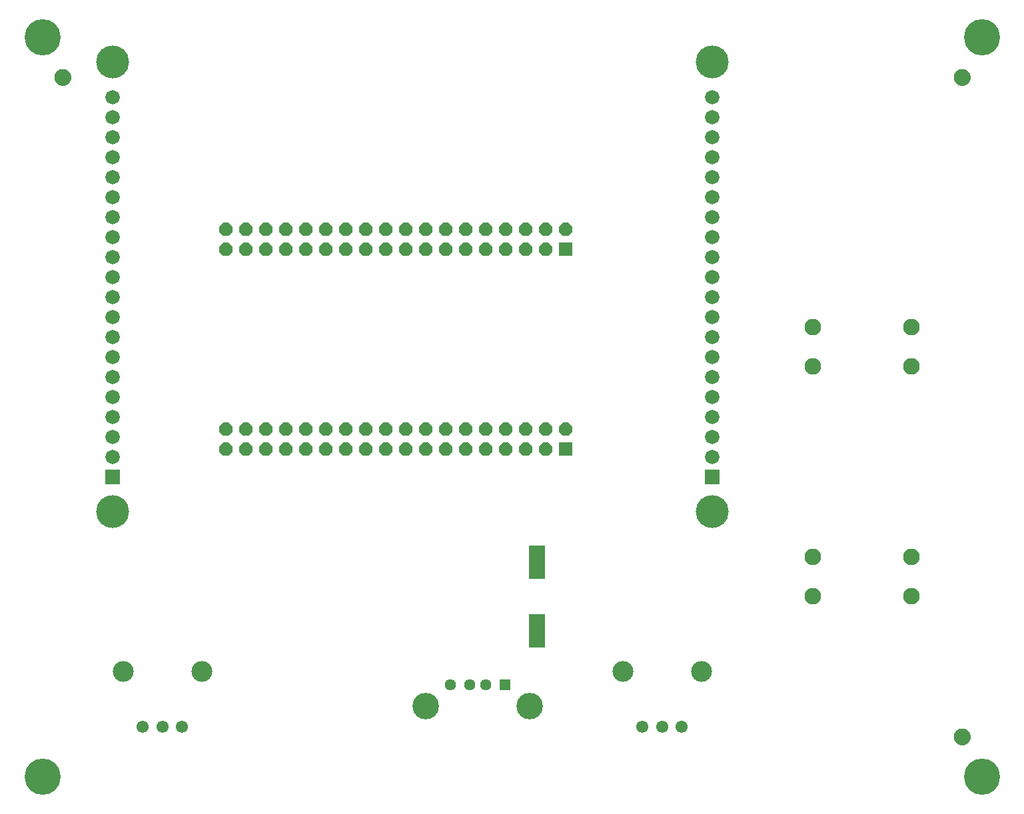
<source format=gbr>
G04 EAGLE Gerber RS-274X export*
G75*
%MOMM*%
%FSLAX34Y34*%
%LPD*%
%INSoldermask Bottom*%
%IPPOS*%
%AMOC8*
5,1,8,0,0,1.08239X$1,22.5*%
G01*
%ADD10R,1.440400X1.440400*%
%ADD11C,1.440400*%
%ADD12C,3.372400*%
%ADD13C,1.552400*%
%ADD14C,2.652400*%
%ADD15C,2.112400*%
%ADD16R,1.676400X1.676400*%
%ADD17P,1.814519X8X202.500000*%
%ADD18R,1.828800X1.828800*%
%ADD19C,1.828800*%
%ADD20C,4.168400*%
%ADD21C,4.597400*%
%ADD22C,0.609600*%
%ADD23C,1.168400*%
%ADD24R,2.152400X4.252400*%


D10*
X626110Y154940D03*
D11*
X601110Y154940D03*
X581110Y154940D03*
X556110Y154940D03*
D12*
X656810Y127840D03*
X525410Y127840D03*
D13*
X800500Y101600D03*
X825500Y101600D03*
X850500Y101600D03*
D14*
X775500Y171600D03*
X875500Y171600D03*
D15*
X1142000Y609200D03*
X1142000Y559200D03*
X1017000Y559200D03*
X1017000Y609200D03*
X1142000Y317100D03*
X1142000Y267100D03*
X1017000Y267100D03*
X1017000Y317100D03*
D13*
X165500Y101600D03*
X190500Y101600D03*
X215500Y101600D03*
D14*
X140500Y171600D03*
X240500Y171600D03*
D16*
X702900Y454400D03*
D17*
X702900Y479800D03*
X677500Y454400D03*
X677500Y479800D03*
X652100Y454400D03*
X652100Y479800D03*
X626700Y454400D03*
X626700Y479800D03*
X601300Y454400D03*
X601300Y479800D03*
X575900Y454400D03*
X575900Y479800D03*
X550500Y454400D03*
X550500Y479800D03*
X525100Y454400D03*
X525100Y479800D03*
X499700Y454400D03*
X499700Y479800D03*
X474300Y454400D03*
X474300Y479800D03*
X448900Y454400D03*
X448900Y479800D03*
X423500Y454400D03*
X423500Y479800D03*
X398100Y454400D03*
X398100Y479800D03*
X372700Y454400D03*
X372700Y479800D03*
X347300Y454400D03*
X347300Y479800D03*
X321900Y454400D03*
X321900Y479800D03*
X296500Y454400D03*
X296500Y479800D03*
X271100Y454400D03*
X271100Y479800D03*
D16*
X702900Y708400D03*
D17*
X702900Y733800D03*
X677500Y708400D03*
X677500Y733800D03*
X652100Y708400D03*
X652100Y733800D03*
X626700Y708400D03*
X626700Y733800D03*
X601300Y708400D03*
X601300Y733800D03*
X575900Y708400D03*
X575900Y733800D03*
X550500Y708400D03*
X550500Y733800D03*
X525100Y708400D03*
X525100Y733800D03*
X499700Y708400D03*
X499700Y733800D03*
X474300Y708400D03*
X474300Y733800D03*
X448900Y708400D03*
X448900Y733800D03*
X423500Y708400D03*
X423500Y733800D03*
X398100Y708400D03*
X398100Y733800D03*
X372700Y708400D03*
X372700Y733800D03*
X347300Y708400D03*
X347300Y733800D03*
X321900Y708400D03*
X321900Y733800D03*
X296500Y708400D03*
X296500Y733800D03*
X271100Y708400D03*
X271100Y733800D03*
D18*
X127000Y419100D03*
D19*
X127000Y444500D03*
X127000Y469900D03*
X127000Y495300D03*
X127000Y520700D03*
X127000Y546100D03*
X127000Y571500D03*
X127000Y596900D03*
X127000Y622300D03*
X127000Y647700D03*
X127000Y673100D03*
X127000Y698500D03*
X127000Y723900D03*
X127000Y749300D03*
X127000Y774700D03*
X127000Y800100D03*
X127000Y825500D03*
X127000Y850900D03*
X127000Y876300D03*
X127000Y901700D03*
D18*
X889000Y419100D03*
D19*
X889000Y444500D03*
X889000Y469900D03*
X889000Y495300D03*
X889000Y520700D03*
X889000Y546100D03*
X889000Y571500D03*
X889000Y596900D03*
X889000Y622300D03*
X889000Y647700D03*
X889000Y673100D03*
X889000Y698500D03*
X889000Y723900D03*
X889000Y749300D03*
X889000Y774700D03*
X889000Y800100D03*
X889000Y825500D03*
X889000Y850900D03*
X889000Y876300D03*
X889000Y901700D03*
D20*
X889000Y374650D03*
X889000Y946150D03*
X127000Y374650D03*
X127000Y946150D03*
D21*
X38100Y977900D03*
X1231900Y38100D03*
X38100Y38100D03*
X1231900Y977900D03*
D22*
X1198880Y88900D02*
X1198882Y89087D01*
X1198889Y89274D01*
X1198901Y89461D01*
X1198917Y89647D01*
X1198937Y89833D01*
X1198962Y90018D01*
X1198992Y90203D01*
X1199026Y90387D01*
X1199065Y90570D01*
X1199108Y90752D01*
X1199156Y90932D01*
X1199208Y91112D01*
X1199265Y91290D01*
X1199325Y91467D01*
X1199391Y91642D01*
X1199460Y91816D01*
X1199534Y91988D01*
X1199612Y92158D01*
X1199694Y92326D01*
X1199780Y92492D01*
X1199870Y92656D01*
X1199964Y92817D01*
X1200062Y92977D01*
X1200164Y93133D01*
X1200270Y93288D01*
X1200380Y93439D01*
X1200493Y93588D01*
X1200610Y93734D01*
X1200730Y93877D01*
X1200854Y94017D01*
X1200981Y94154D01*
X1201112Y94288D01*
X1201246Y94419D01*
X1201383Y94546D01*
X1201523Y94670D01*
X1201666Y94790D01*
X1201812Y94907D01*
X1201961Y95020D01*
X1202112Y95130D01*
X1202267Y95236D01*
X1202423Y95338D01*
X1202583Y95436D01*
X1202744Y95530D01*
X1202908Y95620D01*
X1203074Y95706D01*
X1203242Y95788D01*
X1203412Y95866D01*
X1203584Y95940D01*
X1203758Y96009D01*
X1203933Y96075D01*
X1204110Y96135D01*
X1204288Y96192D01*
X1204468Y96244D01*
X1204648Y96292D01*
X1204830Y96335D01*
X1205013Y96374D01*
X1205197Y96408D01*
X1205382Y96438D01*
X1205567Y96463D01*
X1205753Y96483D01*
X1205939Y96499D01*
X1206126Y96511D01*
X1206313Y96518D01*
X1206500Y96520D01*
X1206687Y96518D01*
X1206874Y96511D01*
X1207061Y96499D01*
X1207247Y96483D01*
X1207433Y96463D01*
X1207618Y96438D01*
X1207803Y96408D01*
X1207987Y96374D01*
X1208170Y96335D01*
X1208352Y96292D01*
X1208532Y96244D01*
X1208712Y96192D01*
X1208890Y96135D01*
X1209067Y96075D01*
X1209242Y96009D01*
X1209416Y95940D01*
X1209588Y95866D01*
X1209758Y95788D01*
X1209926Y95706D01*
X1210092Y95620D01*
X1210256Y95530D01*
X1210417Y95436D01*
X1210577Y95338D01*
X1210733Y95236D01*
X1210888Y95130D01*
X1211039Y95020D01*
X1211188Y94907D01*
X1211334Y94790D01*
X1211477Y94670D01*
X1211617Y94546D01*
X1211754Y94419D01*
X1211888Y94288D01*
X1212019Y94154D01*
X1212146Y94017D01*
X1212270Y93877D01*
X1212390Y93734D01*
X1212507Y93588D01*
X1212620Y93439D01*
X1212730Y93288D01*
X1212836Y93133D01*
X1212938Y92977D01*
X1213036Y92817D01*
X1213130Y92656D01*
X1213220Y92492D01*
X1213306Y92326D01*
X1213388Y92158D01*
X1213466Y91988D01*
X1213540Y91816D01*
X1213609Y91642D01*
X1213675Y91467D01*
X1213735Y91290D01*
X1213792Y91112D01*
X1213844Y90932D01*
X1213892Y90752D01*
X1213935Y90570D01*
X1213974Y90387D01*
X1214008Y90203D01*
X1214038Y90018D01*
X1214063Y89833D01*
X1214083Y89647D01*
X1214099Y89461D01*
X1214111Y89274D01*
X1214118Y89087D01*
X1214120Y88900D01*
X1214118Y88713D01*
X1214111Y88526D01*
X1214099Y88339D01*
X1214083Y88153D01*
X1214063Y87967D01*
X1214038Y87782D01*
X1214008Y87597D01*
X1213974Y87413D01*
X1213935Y87230D01*
X1213892Y87048D01*
X1213844Y86868D01*
X1213792Y86688D01*
X1213735Y86510D01*
X1213675Y86333D01*
X1213609Y86158D01*
X1213540Y85984D01*
X1213466Y85812D01*
X1213388Y85642D01*
X1213306Y85474D01*
X1213220Y85308D01*
X1213130Y85144D01*
X1213036Y84983D01*
X1212938Y84823D01*
X1212836Y84667D01*
X1212730Y84512D01*
X1212620Y84361D01*
X1212507Y84212D01*
X1212390Y84066D01*
X1212270Y83923D01*
X1212146Y83783D01*
X1212019Y83646D01*
X1211888Y83512D01*
X1211754Y83381D01*
X1211617Y83254D01*
X1211477Y83130D01*
X1211334Y83010D01*
X1211188Y82893D01*
X1211039Y82780D01*
X1210888Y82670D01*
X1210733Y82564D01*
X1210577Y82462D01*
X1210417Y82364D01*
X1210256Y82270D01*
X1210092Y82180D01*
X1209926Y82094D01*
X1209758Y82012D01*
X1209588Y81934D01*
X1209416Y81860D01*
X1209242Y81791D01*
X1209067Y81725D01*
X1208890Y81665D01*
X1208712Y81608D01*
X1208532Y81556D01*
X1208352Y81508D01*
X1208170Y81465D01*
X1207987Y81426D01*
X1207803Y81392D01*
X1207618Y81362D01*
X1207433Y81337D01*
X1207247Y81317D01*
X1207061Y81301D01*
X1206874Y81289D01*
X1206687Y81282D01*
X1206500Y81280D01*
X1206313Y81282D01*
X1206126Y81289D01*
X1205939Y81301D01*
X1205753Y81317D01*
X1205567Y81337D01*
X1205382Y81362D01*
X1205197Y81392D01*
X1205013Y81426D01*
X1204830Y81465D01*
X1204648Y81508D01*
X1204468Y81556D01*
X1204288Y81608D01*
X1204110Y81665D01*
X1203933Y81725D01*
X1203758Y81791D01*
X1203584Y81860D01*
X1203412Y81934D01*
X1203242Y82012D01*
X1203074Y82094D01*
X1202908Y82180D01*
X1202744Y82270D01*
X1202583Y82364D01*
X1202423Y82462D01*
X1202267Y82564D01*
X1202112Y82670D01*
X1201961Y82780D01*
X1201812Y82893D01*
X1201666Y83010D01*
X1201523Y83130D01*
X1201383Y83254D01*
X1201246Y83381D01*
X1201112Y83512D01*
X1200981Y83646D01*
X1200854Y83783D01*
X1200730Y83923D01*
X1200610Y84066D01*
X1200493Y84212D01*
X1200380Y84361D01*
X1200270Y84512D01*
X1200164Y84667D01*
X1200062Y84823D01*
X1199964Y84983D01*
X1199870Y85144D01*
X1199780Y85308D01*
X1199694Y85474D01*
X1199612Y85642D01*
X1199534Y85812D01*
X1199460Y85984D01*
X1199391Y86158D01*
X1199325Y86333D01*
X1199265Y86510D01*
X1199208Y86688D01*
X1199156Y86868D01*
X1199108Y87048D01*
X1199065Y87230D01*
X1199026Y87413D01*
X1198992Y87597D01*
X1198962Y87782D01*
X1198937Y87967D01*
X1198917Y88153D01*
X1198901Y88339D01*
X1198889Y88526D01*
X1198882Y88713D01*
X1198880Y88900D01*
D23*
X1206500Y88900D03*
D22*
X1198880Y927100D02*
X1198882Y927287D01*
X1198889Y927474D01*
X1198901Y927661D01*
X1198917Y927847D01*
X1198937Y928033D01*
X1198962Y928218D01*
X1198992Y928403D01*
X1199026Y928587D01*
X1199065Y928770D01*
X1199108Y928952D01*
X1199156Y929132D01*
X1199208Y929312D01*
X1199265Y929490D01*
X1199325Y929667D01*
X1199391Y929842D01*
X1199460Y930016D01*
X1199534Y930188D01*
X1199612Y930358D01*
X1199694Y930526D01*
X1199780Y930692D01*
X1199870Y930856D01*
X1199964Y931017D01*
X1200062Y931177D01*
X1200164Y931333D01*
X1200270Y931488D01*
X1200380Y931639D01*
X1200493Y931788D01*
X1200610Y931934D01*
X1200730Y932077D01*
X1200854Y932217D01*
X1200981Y932354D01*
X1201112Y932488D01*
X1201246Y932619D01*
X1201383Y932746D01*
X1201523Y932870D01*
X1201666Y932990D01*
X1201812Y933107D01*
X1201961Y933220D01*
X1202112Y933330D01*
X1202267Y933436D01*
X1202423Y933538D01*
X1202583Y933636D01*
X1202744Y933730D01*
X1202908Y933820D01*
X1203074Y933906D01*
X1203242Y933988D01*
X1203412Y934066D01*
X1203584Y934140D01*
X1203758Y934209D01*
X1203933Y934275D01*
X1204110Y934335D01*
X1204288Y934392D01*
X1204468Y934444D01*
X1204648Y934492D01*
X1204830Y934535D01*
X1205013Y934574D01*
X1205197Y934608D01*
X1205382Y934638D01*
X1205567Y934663D01*
X1205753Y934683D01*
X1205939Y934699D01*
X1206126Y934711D01*
X1206313Y934718D01*
X1206500Y934720D01*
X1206687Y934718D01*
X1206874Y934711D01*
X1207061Y934699D01*
X1207247Y934683D01*
X1207433Y934663D01*
X1207618Y934638D01*
X1207803Y934608D01*
X1207987Y934574D01*
X1208170Y934535D01*
X1208352Y934492D01*
X1208532Y934444D01*
X1208712Y934392D01*
X1208890Y934335D01*
X1209067Y934275D01*
X1209242Y934209D01*
X1209416Y934140D01*
X1209588Y934066D01*
X1209758Y933988D01*
X1209926Y933906D01*
X1210092Y933820D01*
X1210256Y933730D01*
X1210417Y933636D01*
X1210577Y933538D01*
X1210733Y933436D01*
X1210888Y933330D01*
X1211039Y933220D01*
X1211188Y933107D01*
X1211334Y932990D01*
X1211477Y932870D01*
X1211617Y932746D01*
X1211754Y932619D01*
X1211888Y932488D01*
X1212019Y932354D01*
X1212146Y932217D01*
X1212270Y932077D01*
X1212390Y931934D01*
X1212507Y931788D01*
X1212620Y931639D01*
X1212730Y931488D01*
X1212836Y931333D01*
X1212938Y931177D01*
X1213036Y931017D01*
X1213130Y930856D01*
X1213220Y930692D01*
X1213306Y930526D01*
X1213388Y930358D01*
X1213466Y930188D01*
X1213540Y930016D01*
X1213609Y929842D01*
X1213675Y929667D01*
X1213735Y929490D01*
X1213792Y929312D01*
X1213844Y929132D01*
X1213892Y928952D01*
X1213935Y928770D01*
X1213974Y928587D01*
X1214008Y928403D01*
X1214038Y928218D01*
X1214063Y928033D01*
X1214083Y927847D01*
X1214099Y927661D01*
X1214111Y927474D01*
X1214118Y927287D01*
X1214120Y927100D01*
X1214118Y926913D01*
X1214111Y926726D01*
X1214099Y926539D01*
X1214083Y926353D01*
X1214063Y926167D01*
X1214038Y925982D01*
X1214008Y925797D01*
X1213974Y925613D01*
X1213935Y925430D01*
X1213892Y925248D01*
X1213844Y925068D01*
X1213792Y924888D01*
X1213735Y924710D01*
X1213675Y924533D01*
X1213609Y924358D01*
X1213540Y924184D01*
X1213466Y924012D01*
X1213388Y923842D01*
X1213306Y923674D01*
X1213220Y923508D01*
X1213130Y923344D01*
X1213036Y923183D01*
X1212938Y923023D01*
X1212836Y922867D01*
X1212730Y922712D01*
X1212620Y922561D01*
X1212507Y922412D01*
X1212390Y922266D01*
X1212270Y922123D01*
X1212146Y921983D01*
X1212019Y921846D01*
X1211888Y921712D01*
X1211754Y921581D01*
X1211617Y921454D01*
X1211477Y921330D01*
X1211334Y921210D01*
X1211188Y921093D01*
X1211039Y920980D01*
X1210888Y920870D01*
X1210733Y920764D01*
X1210577Y920662D01*
X1210417Y920564D01*
X1210256Y920470D01*
X1210092Y920380D01*
X1209926Y920294D01*
X1209758Y920212D01*
X1209588Y920134D01*
X1209416Y920060D01*
X1209242Y919991D01*
X1209067Y919925D01*
X1208890Y919865D01*
X1208712Y919808D01*
X1208532Y919756D01*
X1208352Y919708D01*
X1208170Y919665D01*
X1207987Y919626D01*
X1207803Y919592D01*
X1207618Y919562D01*
X1207433Y919537D01*
X1207247Y919517D01*
X1207061Y919501D01*
X1206874Y919489D01*
X1206687Y919482D01*
X1206500Y919480D01*
X1206313Y919482D01*
X1206126Y919489D01*
X1205939Y919501D01*
X1205753Y919517D01*
X1205567Y919537D01*
X1205382Y919562D01*
X1205197Y919592D01*
X1205013Y919626D01*
X1204830Y919665D01*
X1204648Y919708D01*
X1204468Y919756D01*
X1204288Y919808D01*
X1204110Y919865D01*
X1203933Y919925D01*
X1203758Y919991D01*
X1203584Y920060D01*
X1203412Y920134D01*
X1203242Y920212D01*
X1203074Y920294D01*
X1202908Y920380D01*
X1202744Y920470D01*
X1202583Y920564D01*
X1202423Y920662D01*
X1202267Y920764D01*
X1202112Y920870D01*
X1201961Y920980D01*
X1201812Y921093D01*
X1201666Y921210D01*
X1201523Y921330D01*
X1201383Y921454D01*
X1201246Y921581D01*
X1201112Y921712D01*
X1200981Y921846D01*
X1200854Y921983D01*
X1200730Y922123D01*
X1200610Y922266D01*
X1200493Y922412D01*
X1200380Y922561D01*
X1200270Y922712D01*
X1200164Y922867D01*
X1200062Y923023D01*
X1199964Y923183D01*
X1199870Y923344D01*
X1199780Y923508D01*
X1199694Y923674D01*
X1199612Y923842D01*
X1199534Y924012D01*
X1199460Y924184D01*
X1199391Y924358D01*
X1199325Y924533D01*
X1199265Y924710D01*
X1199208Y924888D01*
X1199156Y925068D01*
X1199108Y925248D01*
X1199065Y925430D01*
X1199026Y925613D01*
X1198992Y925797D01*
X1198962Y925982D01*
X1198937Y926167D01*
X1198917Y926353D01*
X1198901Y926539D01*
X1198889Y926726D01*
X1198882Y926913D01*
X1198880Y927100D01*
D23*
X1206500Y927100D03*
D22*
X55880Y927100D02*
X55882Y927287D01*
X55889Y927474D01*
X55901Y927661D01*
X55917Y927847D01*
X55937Y928033D01*
X55962Y928218D01*
X55992Y928403D01*
X56026Y928587D01*
X56065Y928770D01*
X56108Y928952D01*
X56156Y929132D01*
X56208Y929312D01*
X56265Y929490D01*
X56325Y929667D01*
X56391Y929842D01*
X56460Y930016D01*
X56534Y930188D01*
X56612Y930358D01*
X56694Y930526D01*
X56780Y930692D01*
X56870Y930856D01*
X56964Y931017D01*
X57062Y931177D01*
X57164Y931333D01*
X57270Y931488D01*
X57380Y931639D01*
X57493Y931788D01*
X57610Y931934D01*
X57730Y932077D01*
X57854Y932217D01*
X57981Y932354D01*
X58112Y932488D01*
X58246Y932619D01*
X58383Y932746D01*
X58523Y932870D01*
X58666Y932990D01*
X58812Y933107D01*
X58961Y933220D01*
X59112Y933330D01*
X59267Y933436D01*
X59423Y933538D01*
X59583Y933636D01*
X59744Y933730D01*
X59908Y933820D01*
X60074Y933906D01*
X60242Y933988D01*
X60412Y934066D01*
X60584Y934140D01*
X60758Y934209D01*
X60933Y934275D01*
X61110Y934335D01*
X61288Y934392D01*
X61468Y934444D01*
X61648Y934492D01*
X61830Y934535D01*
X62013Y934574D01*
X62197Y934608D01*
X62382Y934638D01*
X62567Y934663D01*
X62753Y934683D01*
X62939Y934699D01*
X63126Y934711D01*
X63313Y934718D01*
X63500Y934720D01*
X63687Y934718D01*
X63874Y934711D01*
X64061Y934699D01*
X64247Y934683D01*
X64433Y934663D01*
X64618Y934638D01*
X64803Y934608D01*
X64987Y934574D01*
X65170Y934535D01*
X65352Y934492D01*
X65532Y934444D01*
X65712Y934392D01*
X65890Y934335D01*
X66067Y934275D01*
X66242Y934209D01*
X66416Y934140D01*
X66588Y934066D01*
X66758Y933988D01*
X66926Y933906D01*
X67092Y933820D01*
X67256Y933730D01*
X67417Y933636D01*
X67577Y933538D01*
X67733Y933436D01*
X67888Y933330D01*
X68039Y933220D01*
X68188Y933107D01*
X68334Y932990D01*
X68477Y932870D01*
X68617Y932746D01*
X68754Y932619D01*
X68888Y932488D01*
X69019Y932354D01*
X69146Y932217D01*
X69270Y932077D01*
X69390Y931934D01*
X69507Y931788D01*
X69620Y931639D01*
X69730Y931488D01*
X69836Y931333D01*
X69938Y931177D01*
X70036Y931017D01*
X70130Y930856D01*
X70220Y930692D01*
X70306Y930526D01*
X70388Y930358D01*
X70466Y930188D01*
X70540Y930016D01*
X70609Y929842D01*
X70675Y929667D01*
X70735Y929490D01*
X70792Y929312D01*
X70844Y929132D01*
X70892Y928952D01*
X70935Y928770D01*
X70974Y928587D01*
X71008Y928403D01*
X71038Y928218D01*
X71063Y928033D01*
X71083Y927847D01*
X71099Y927661D01*
X71111Y927474D01*
X71118Y927287D01*
X71120Y927100D01*
X71118Y926913D01*
X71111Y926726D01*
X71099Y926539D01*
X71083Y926353D01*
X71063Y926167D01*
X71038Y925982D01*
X71008Y925797D01*
X70974Y925613D01*
X70935Y925430D01*
X70892Y925248D01*
X70844Y925068D01*
X70792Y924888D01*
X70735Y924710D01*
X70675Y924533D01*
X70609Y924358D01*
X70540Y924184D01*
X70466Y924012D01*
X70388Y923842D01*
X70306Y923674D01*
X70220Y923508D01*
X70130Y923344D01*
X70036Y923183D01*
X69938Y923023D01*
X69836Y922867D01*
X69730Y922712D01*
X69620Y922561D01*
X69507Y922412D01*
X69390Y922266D01*
X69270Y922123D01*
X69146Y921983D01*
X69019Y921846D01*
X68888Y921712D01*
X68754Y921581D01*
X68617Y921454D01*
X68477Y921330D01*
X68334Y921210D01*
X68188Y921093D01*
X68039Y920980D01*
X67888Y920870D01*
X67733Y920764D01*
X67577Y920662D01*
X67417Y920564D01*
X67256Y920470D01*
X67092Y920380D01*
X66926Y920294D01*
X66758Y920212D01*
X66588Y920134D01*
X66416Y920060D01*
X66242Y919991D01*
X66067Y919925D01*
X65890Y919865D01*
X65712Y919808D01*
X65532Y919756D01*
X65352Y919708D01*
X65170Y919665D01*
X64987Y919626D01*
X64803Y919592D01*
X64618Y919562D01*
X64433Y919537D01*
X64247Y919517D01*
X64061Y919501D01*
X63874Y919489D01*
X63687Y919482D01*
X63500Y919480D01*
X63313Y919482D01*
X63126Y919489D01*
X62939Y919501D01*
X62753Y919517D01*
X62567Y919537D01*
X62382Y919562D01*
X62197Y919592D01*
X62013Y919626D01*
X61830Y919665D01*
X61648Y919708D01*
X61468Y919756D01*
X61288Y919808D01*
X61110Y919865D01*
X60933Y919925D01*
X60758Y919991D01*
X60584Y920060D01*
X60412Y920134D01*
X60242Y920212D01*
X60074Y920294D01*
X59908Y920380D01*
X59744Y920470D01*
X59583Y920564D01*
X59423Y920662D01*
X59267Y920764D01*
X59112Y920870D01*
X58961Y920980D01*
X58812Y921093D01*
X58666Y921210D01*
X58523Y921330D01*
X58383Y921454D01*
X58246Y921581D01*
X58112Y921712D01*
X57981Y921846D01*
X57854Y921983D01*
X57730Y922123D01*
X57610Y922266D01*
X57493Y922412D01*
X57380Y922561D01*
X57270Y922712D01*
X57164Y922867D01*
X57062Y923023D01*
X56964Y923183D01*
X56870Y923344D01*
X56780Y923508D01*
X56694Y923674D01*
X56612Y923842D01*
X56534Y924012D01*
X56460Y924184D01*
X56391Y924358D01*
X56325Y924533D01*
X56265Y924710D01*
X56208Y924888D01*
X56156Y925068D01*
X56108Y925248D01*
X56065Y925430D01*
X56026Y925613D01*
X55992Y925797D01*
X55962Y925982D01*
X55937Y926167D01*
X55917Y926353D01*
X55901Y926539D01*
X55889Y926726D01*
X55882Y926913D01*
X55880Y927100D01*
D23*
X63500Y927100D03*
D24*
X666750Y223200D03*
X666750Y310200D03*
M02*

</source>
